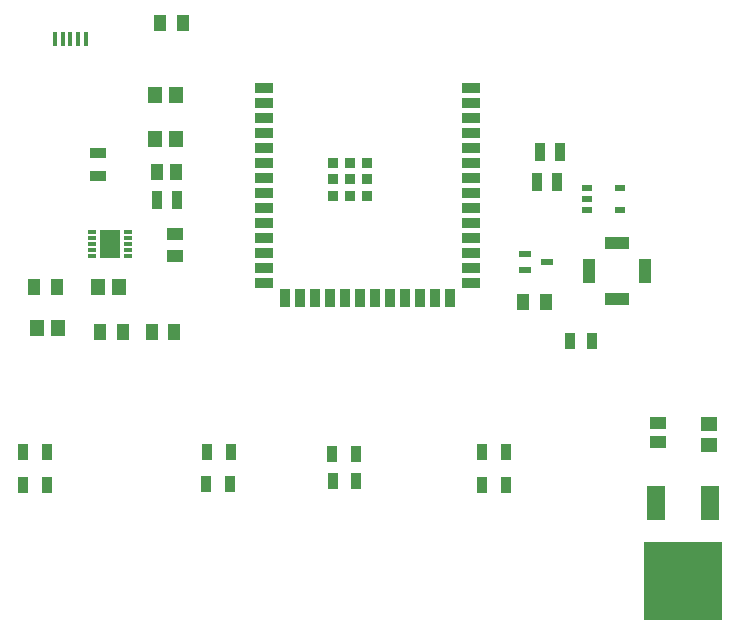
<source format=gtp>
%FSTAX23Y23*%
%MOIN*%
%SFA1B1*%

%IPPOS*%
%ADD14R,0.037400X0.057090*%
%ADD15R,0.037800X0.058660*%
%ADD16R,0.038980X0.057870*%
%ADD17R,0.043310X0.078740*%
%ADD18R,0.078740X0.043310*%
%ADD19R,0.039370X0.057090*%
%ADD20R,0.039370X0.021650*%
%ADD21R,0.037400X0.023620*%
%ADD22R,0.057090X0.037400*%
%ADD23R,0.045280X0.057090*%
%ADD24R,0.031500X0.011810*%
%ADD25R,0.068900X0.096460*%
%ADD26R,0.057090X0.039370*%
%ADD27R,0.057870X0.040160*%
%ADD28R,0.263780X0.263780*%
%ADD29R,0.062990X0.118110*%
%ADD30R,0.057090X0.045280*%
%ADD31R,0.015750X0.047240*%
%ADD32R,0.035430X0.035430*%
%ADD33R,0.059060X0.035430*%
%ADD34R,0.035430X0.059060*%
%LNxksoilsensor-1*%
%LPD*%
G54D14*
X0008Y00515D03*
X00159D03*
X0008Y00625D03*
X00159D03*
X0069Y0052D03*
X00769D03*
X00692Y00625D03*
X00771D03*
X01111Y0053D03*
X0119D03*
X0111Y0062D03*
X01189D03*
X0161Y00515D03*
X01688D03*
X0161Y00625D03*
X01688D03*
X01902Y00995D03*
X01977D03*
G54D15*
X00526Y01465D03*
X00593D03*
X01791Y01525D03*
X01858D03*
X01801Y01625D03*
X01868D03*
G54D16*
X00525Y0156D03*
X0059D03*
G54D17*
X01965Y0123D03*
X02154D03*
G54D18*
X0206Y01324D03*
Y01135D03*
G54D19*
X01747Y01125D03*
X01822D03*
X00412Y01025D03*
X00337D03*
X0051D03*
X00584D03*
X00192Y01175D03*
X00117D03*
X00537Y02055D03*
X00612D03*
G54D20*
X01752Y01285D03*
Y01234D03*
X01827Y0126D03*
G54D21*
X0196Y01507D03*
Y0147D03*
Y01432D03*
X02069D03*
Y01507D03*
G54D22*
X0033Y01547D03*
Y01622D03*
G54D23*
X00125Y0104D03*
X00195D03*
X00329Y01175D03*
X004D03*
X0052Y0167D03*
X0059D03*
X0052Y01815D03*
X0059D03*
G54D24*
X0031Y01359D03*
Y01339D03*
Y0132D03*
Y013D03*
Y0128D03*
X00429D03*
Y013D03*
Y0132D03*
Y01339D03*
Y01359D03*
G54D25*
X0037Y0132D03*
G54D26*
X00585Y01354D03*
Y0128D03*
G54D27*
X02195Y00658D03*
Y00721D03*
G54D28*
X0228Y00195D03*
G54D29*
X02189Y00456D03*
X0237D03*
G54D30*
X02365Y00649D03*
Y0072D03*
G54D31*
X00288Y02001D03*
X00262D03*
X00237D03*
X00211D03*
X00186D03*
G54D32*
X01225Y0159D03*
Y01535D03*
Y01479D03*
X0117D03*
X01114D03*
Y01535D03*
Y0159D03*
X0117D03*
Y01535D03*
G54D33*
X01573Y01838D03*
Y01788D03*
Y01738D03*
Y01688D03*
Y01638D03*
Y01588D03*
Y01538D03*
Y01488D03*
Y01438D03*
Y01388D03*
Y01338D03*
Y01288D03*
Y01238D03*
Y01188D03*
X00884D03*
Y01238D03*
Y01288D03*
Y01338D03*
Y01388D03*
Y01438D03*
Y01488D03*
Y01538D03*
Y01588D03*
Y01638D03*
Y01688D03*
Y01738D03*
Y01788D03*
Y01838D03*
G54D34*
X01504Y01139D03*
X01454D03*
X01404D03*
X01354D03*
X01304D03*
X01254D03*
X01204D03*
X01154D03*
X01104D03*
X01054D03*
X01004D03*
X00954D03*
M02*
</source>
